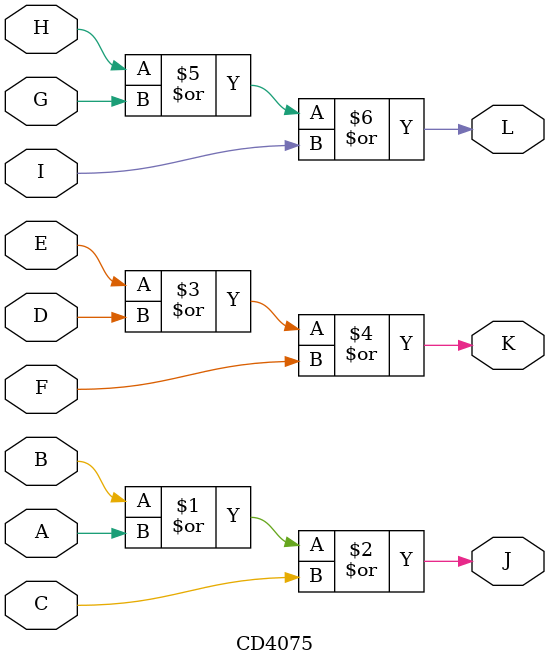
<source format=sv>


module CD4075(
	C,
	B,
	A,
	F,
	E,
	D,
	I,
	H,
	G,
	J,
	K,
	L
);


input wire	C;
input wire	B;
input wire	A;
input wire	F;
input wire	E;
input wire	D;
input wire	I;
input wire	H;
input wire	G;
output wire	J;
output wire	K;
output wire	L;





assign	J = B | A | C;

assign	K = E | D | F;

assign	L = H | G | I;


endmodule

</source>
